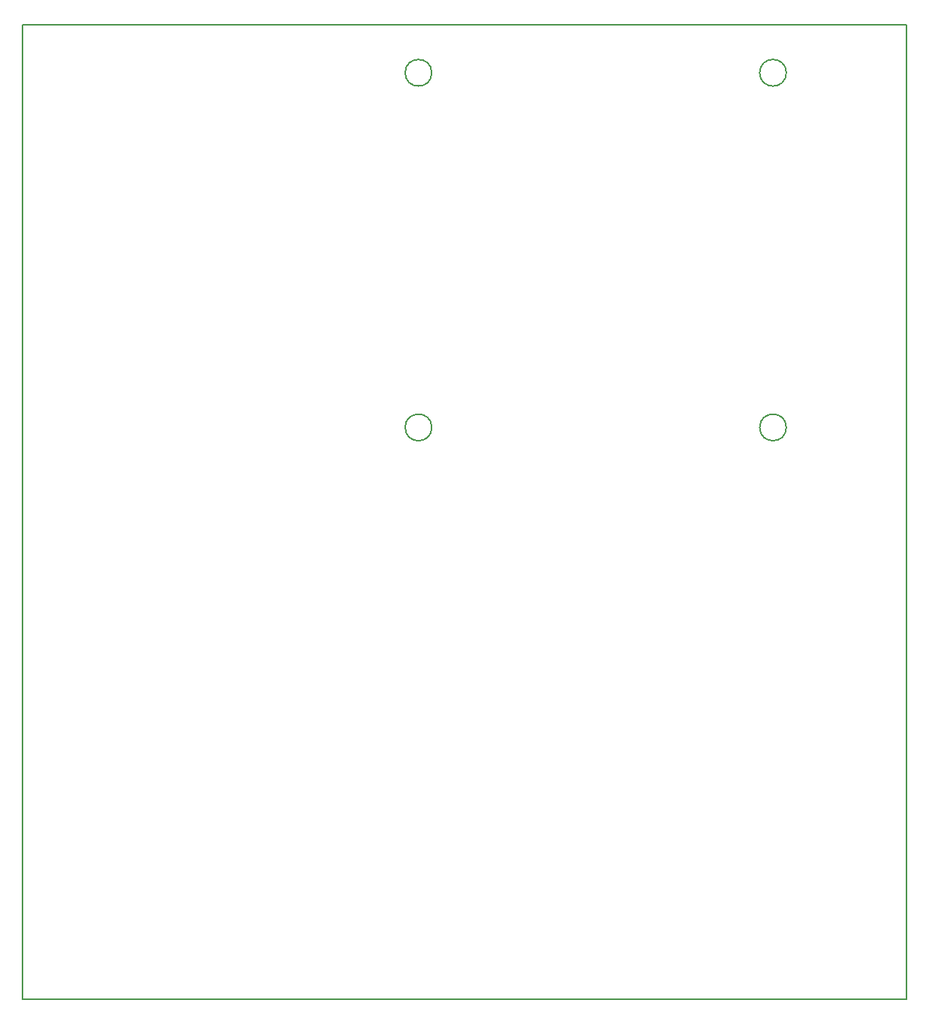
<source format=gbr>
%TF.GenerationSoftware,KiCad,Pcbnew,(5.1.12)-1*%
%TF.CreationDate,2022-07-12T11:00:18-05:00*%
%TF.ProjectId,mpe_v0.3,6d70655f-7630-42e3-932e-6b696361645f,rev?*%
%TF.SameCoordinates,Original*%
%TF.FileFunction,Profile,NP*%
%FSLAX46Y46*%
G04 Gerber Fmt 4.6, Leading zero omitted, Abs format (unit mm)*
G04 Created by KiCad (PCBNEW (5.1.12)-1) date 2022-07-12 11:00:18*
%MOMM*%
%LPD*%
G01*
G04 APERTURE LIST*
%TA.AperFunction,Profile*%
%ADD10C,0.150000*%
%TD*%
G04 APERTURE END LIST*
D10*
X89408000Y-19050000D02*
X89408000Y-128905000D01*
X189103000Y-19050000D02*
X89408000Y-19050000D01*
X189103000Y-128905000D02*
X189103000Y-19050000D01*
X89408000Y-128905000D02*
X189103000Y-128905000D01*
X175551000Y-24450000D02*
G75*
G03*
X175551000Y-24450000I-1500000J0D01*
G01*
X175551000Y-64450000D02*
G75*
G03*
X175551000Y-64450000I-1500000J0D01*
G01*
X135551000Y-64450000D02*
G75*
G03*
X135551000Y-64450000I-1500000J0D01*
G01*
X135551000Y-24450000D02*
G75*
G03*
X135551000Y-24450000I-1500000J0D01*
G01*
M02*

</source>
